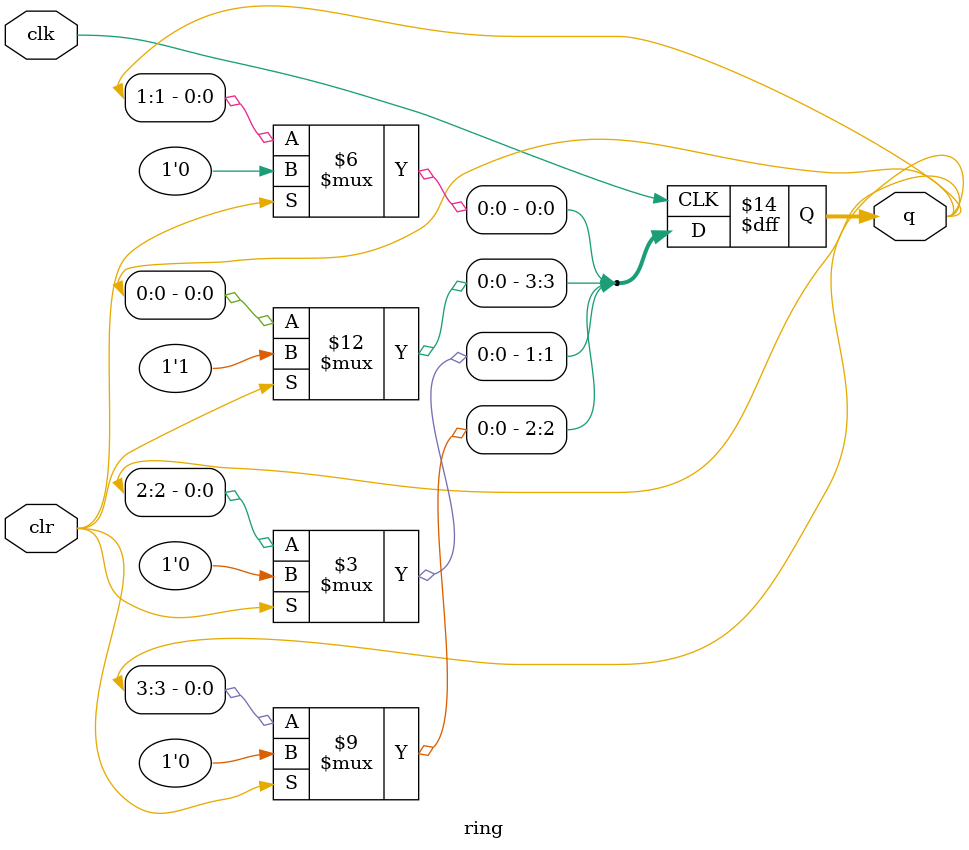
<source format=v>
`timescale 1ns / 1ps
module ring(
    output reg [3:0] q,
    input clk,
    input clr
    );
always @(posedge clk)
begin
if (clr)
   q<=4'b1000;
else
   begin
	   q[3]<=q[0];
	   q[2]<=q[3];
	   q[1]<=q[2];
	   q[0]<=q[1];
   end
end
endmodule

</source>
